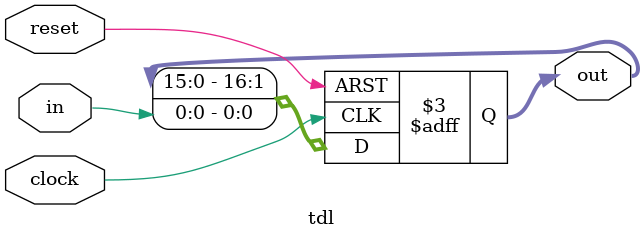
<source format=v>
module tdl(in,clock,reset,out);

parameter SPAN = 16;

input in,clock,reset;
output reg [SPAN:0]out;


always @(posedge clock or negedge reset)
begin

	if(!reset)
		out = 17'b000_0000_0000_0000;
	else
	begin
		out = {out[SPAN-1:0], in};
	end

end

endmodule

</source>
